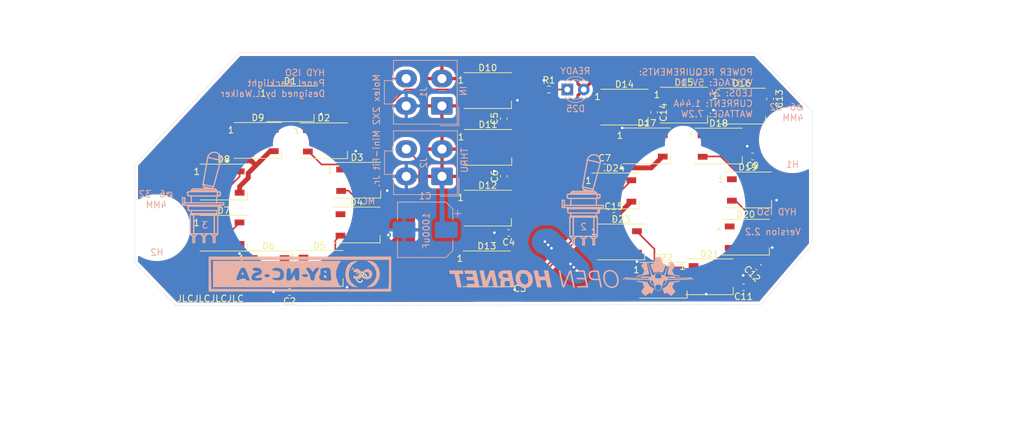
<source format=kicad_pcb>
(kicad_pcb (version 20211014) (generator pcbnew)
  (layers (0 "F.Cu" signal) (31 "B.Cu" signal) (34 "B.Paste" user) (35 "F.Paste" user) (36 "B.SilkS" user "B.Silkscreen") (37 "F.SilkS" user "F.Silkscreen") (38 "B.Mask" user) (39 "F.Mask" user) (44 "Edge.Cuts" user))
  (net 0 "")
  (net 1 "Net-(D1-Pad2)")
  (net 2 "Net-(D2-Pad2)")
  (net 3 "Net-(D3-Pad2)")
  (net 4 "Net-(D4-Pad2)")
  (net 5 "Net-(D5-Pad2)")
  (net 6 "Net-(D7-Pad2)")
  (net 7 "Net-(D8-Pad2)")
  (net 8 "Net-(D10-Pad4)")
  (net 9 "Net-(D10-Pad2)")
  (net 10 "Net-(D11-Pad2)")
  (net 11 "Net-(D12-Pad2)")
  (net 12 "Net-(D13-Pad2)")
  (net 13 "Net-(D14-Pad2)")
  (net 14 "Net-(D15-Pad2)")
  (net 15 "Net-(D16-Pad2)")
  (net 16 "Net-(D17-Pad2)")
  (net 17 "Net-(D18-Pad2)")
  (net 18 "Net-(D19-Pad2)")
  (net 19 "Net-(D20-Pad2)")
  (net 20 "Net-(D21-Pad2)")
  (net 21 "Net-(D22-Pad2)")
  (net 22 "Net-(D23-Pad2)")
  (net 23 "Net-(D6-Pad2)")
  (net 24 "Net-(D25-Pad1)")
  (net 25 "/LEDGND")
  (net 26 "/LED+5V")
  (net 27 "/DATAIN")
  (net 28 "/DATAOUT")
  (footprint "OH_Footprints:LED_WS2812B_PLCC4_5.0x5.0mm_P3.2mm" (layer "F.Cu") (at 91.6316 68.1988)
    (fp_text reference "D1")
    (fp_text value "WS2812B")
  )
  (footprint "OH_Footprints:LED_WS2812B_PLCC4_5.0x5.0mm_P3.2mm" (layer "F.Cu") (at 96.7856 73.8884)
    (fp_text reference "D2")
    (fp_text value "WS2812B")
  )
  (footprint "OH_Footprints:LED_WS2812B_PLCC4_5.0x5.0mm_P3.2mm" (layer "F.Cu") (at 101.9048 79.9592)
    (fp_text reference "D3")
    (fp_text value "WS2812B")
  )
  (footprint "OH_Footprints:LED_WS2812B_PLCC4_5.0x5.0mm_P3.2mm" (layer "F.Cu") (at 101.8148 86.8424)
    (fp_text reference "D4")
    (fp_text value "WS2812B")
  )
  (footprint "OH_Footprints:LED_WS2812B_PLCC4_5.0x5.0mm_P3.2mm" (layer "F.Cu") (at 96.1136 93.5228)
    (fp_text reference "D5")
    (fp_text value "WS2812B")
  )
  (footprint "OH_Footprints:LED_WS2812B_PLCC4_5.0x5.0mm_P3.2mm" (layer "F.Cu") (at 88.302 93.5988)
    (fp_text reference "D6")
    (fp_text value "WS2812B")
  )
  (footprint "OH_Footprints:LED_WS2812B_PLCC4_5.0x5.0mm_P3.2mm" (layer "F.Cu") (at 81.37 88.1128)
    (fp_text reference "D7")
    (fp_text value "WS2812B")
  )
  (footprint "OH_Footprints:LED_WS2812B_PLCC4_5.0x5.0mm_P3.2mm" (layer "F.Cu") (at 81.3932 80.2388)
    (fp_text reference "D8")
    (fp_text value "WS2812B")
  )
  (footprint "OH_Footprints:LED_WS2812B_PLCC4_5.0x5.0mm_P3.2mm" (layer "F.Cu") (at 86.6532 73.8376)
    (fp_text reference "D9")
    (fp_text value "WS2812B")
  )
  (footprint "OH_Footprints:LED_WS2812B_PLCC4_5.0x5.0mm_P3.2mm" (layer "F.Cu") (at 122.0216 66.1668)
    (fp_text reference "D10")
    (fp_text value "WS2812B")
  )
  (footprint "OH_Footprints:LED_WS2812B_PLCC4_5.0x5.0mm_P3.2mm" (layer "F.Cu") (at 122.0608 74.9044)
    (fp_text reference "D11")
    (fp_text value "WS2812B")
  )
  (footprint "OH_Footprints:LED_WS2812B_PLCC4_5.0x5.0mm_P3.2mm" (layer "F.Cu") (at 122.01 84.2516)
    (fp_text reference "D12")
    (fp_text value "WS2812B")
  )
  (footprint "OH_Footprints:LED_WS2812B_PLCC4_5.0x5.0mm_P3.2mm" (layer "F.Cu") (at 121.8808 93.5988)
    (fp_text reference "D13")
    (fp_text value "WS2812B")
  )
  (footprint "OH_Footprints:LED_WS2812B_PLCC4_5.0x5.0mm_P3.2mm" (layer "F.Cu") (at 143.0644 68.7068)
    (fp_text reference "D14")
    (fp_text value "WS2812B")
  )
  (footprint "OH_Footprints:LED_WS2812B_PLCC4_5.0x5.0mm_P3.2mm" (layer "F.Cu") (at 152.2084 68.402)
    (fp_text reference "D15")
    (fp_text value "WS2812B")
  )
  (footprint "OH_Footprints:LED_WS2812B_PLCC4_5.0x5.0mm_P3.2mm" (layer "F.Cu") (at 161.126 68.5544)
    (fp_text reference "D16")
    (fp_text value "WS2812B")
  )
  (footprint "OH_Footprints:LED_WS2812B_PLCC4_5.0x5.0mm_P3.2mm" (layer "F.Cu") (at 146.5072 74.676)
    (fp_text reference "D17")
    (fp_text value "WS2812B")
  )
  (footprint "OH_Footprints:LED_WS2812B_PLCC4_5.0x5.0mm_P3.2mm" (layer "F.Cu") (at 157.5424 74.7012)
    (fp_text reference "D18")
    (fp_text value "WS2812B")
  )
  (footprint "OH_Footprints:LED_WS2812B_PLCC4_5.0x5.0mm_P3.2mm" (layer "F.Cu") (at 141.6696 81.61)
    (fp_text reference "D24")
    (fp_text value "WS2812B")
  )
  (footprint "OH_Footprints:LED_WS2812B_PLCC4_5.0x5.0mm_P3.2mm" (layer "F.Cu") (at 162.0404 81.458)
    (fp_text reference "D19")
    (fp_text value "WS2812B")
  )
  (footprint "OH_Footprints:LED_WS2812B_PLCC4_5.0x5.0mm_P3.2mm" (layer "F.Cu") (at 142.5332 89.4588)
    (fp_text reference "D23")
    (fp_text value "WS2812B")
  )
  (footprint "OH_Footprints:LED_WS2812B_PLCC4_5.0x5.0mm_P3.2mm" (layer "F.Cu") (at 161.708 88.722)
    (fp_text reference "D20")
    (fp_text value "WS2812B")
  )
  (footprint "OH_Footprints:LED_WS2812B_PLCC4_5.0x5.0mm_P3.2mm" (layer "F.Cu") (at 149.0472 95.3516)
    (fp_text reference "D22")
    (fp_text value "WS2812B")
  )
  (footprint "OH_Footprints:LED_WS2812B_PLCC4_5.0x5.0mm_P3.2mm" (layer "F.Cu") (at 156.1476 94.818)
    (fp_text reference "D21")
    (fp_text value "WS2812B")
  )
  (footprint "OH_Footprints:C_0603_1608Metric" (layer "F.Cu") (at 91.529 97.15754 180)
    (fp_text reference "C2")
    (fp_text value "C")
  )
  (footprint "OH_Footprints:C_0603_1608Metric" (layer "F.Cu") (at 126.96962 95.20682 180)
    (fp_text reference "C3")
    (fp_text value "C")
  )
  (footprint "OH_Footprints:C_0603_1608Metric" (layer "F.Cu") (at 125.2473 88.06942 180)
    (fp_text reference "C4")
    (fp_text value "C")
  )
  (footprint "OH_Footprints:C_0603_1608Metric" (layer "F.Cu") (at 124.48032 70.46966 90)
    (fp_text reference "C5")
    (fp_text value "C")
  )
  (footprint "OH_Footprints:C_0603_1608Metric" (layer "F.Cu") (at 124.5108 79.34442 90)
    (fp_text reference "C6")
    (fp_text value "C")
  )
  (footprint "OH_Footprints:C_0603_1608Metric" (layer "F.Cu") (at 140.00998 77.97292)
    (fp_text reference "C7")
    (fp_text value "C")
  )
  (footprint "OH_Footprints:C_0603_1608Metric" (layer "F.Cu") (at 101.563853 93.937407 -135)
    (fp_text reference "C8")
    (fp_text value "C")
  )
  (footprint "OH_Footprints:C_0603_1608Metric" (layer "F.Cu") (at 162.76056 76.30414 180)
    (fp_text reference "C9")
    (fp_text value "C")
  )
  (footprint "OH_Footprints:C_0603_1608Metric" (layer "F.Cu") (at 161.379 96.42856 180)
    (fp_text reference "C11")
    (fp_text value "C")
  )
  (footprint "OH_Footprints:C_0603_1608Metric" (layer "F.Cu") (at 163.710033 93.344413 135)
    (fp_text reference "C12")
    (fp_text value "C")
  )
  (footprint "OH_Footprints:C_0603_1608Metric" (layer "F.Cu") (at 165.47084 67.42948 -90)
    (fp_text reference "C13")
    (fp_text value "C")
  )
  (footprint "OH_Footprints:C_0603_1608Metric" (layer "F.Cu") (at 147.6248 69.51462 -90)
    (fp_text reference "C14")
    (fp_text value "C")
  )
  (footprint "OH_Footprints:C_0603_1608Metric" (layer "F.Cu") (at 141.43726 85.4202)
    (fp_text reference "C15")
    (fp_text value "C")
  )
  (footprint "Kicad Footprint Files:100SpxToggle" (layer "F.Cu") (at 78.867 83.947)
    (fp_text reference "G***" hide)
    (fp_text value "LOGO" hide)
  )
  (footprint "Kicad Footprint Files:100SpxToggle" (layer "F.Cu") (at 137.287 84.328)
    (fp_text reference "G***" hide)
    (fp_text value "LOGO" hide)
  )
  (footprint "OH_Footprints:R_0603_1608Metric" (layer "F.Cu") (at 131.43494 65.99682)
    (fp_text reference "R1")
    (fp_text value "R")
  )
  (footprint "OH_Backlighting:100SPX_Toggle_13mm_x_18mm" (layer "F.Cu") (at 91.748609 83.884776 180)
    (fp_text reference "REF**" hide)
    (fp_text value "100SPX_Toggle_13mm_x_18mm" hide)
  )
  (footprint "OH_Backlighting:100SPX_Toggle_13mm_x_18mm" (layer "F.Cu") (at 152.073609 83.884776 180)
    (fp_text reference "REF**" hide)
    (fp_text value "100SPX_Toggle_13mm_x_18mm" hide)
  )
  (footprint "OH_Backlighting:OH_Panel_6-32_PHS" (layer "F.Cu") (at 71.111109 87.250276)
    (fp_text reference "REF**" hide)
    (fp_text value "OH_Panel_Fastner_Keepout" hide)
  )
  (footprint "OH_Backlighting:OH_Panel_6-32_PHS" (layer "F.Cu") (at 168.901109 73.724776)
    (fp_text reference "REF**" hide)
    (fp_text value "OH_Panel_Fastner_Keepout" hide)
  )
  (footprint "OH_Footprints:CP_Elec_8x10" (layer "B.Cu") (at 112.39246 87.5919 180)
    (fp_text reference "C1")
    (fp_text value "C_Polarized")
  )
  (footprint "OH_Footprints:Molex_Mini-Fit_Jr_5566-04A_2x02_P4.20mm_Vertical" (layer "B.Cu") (at 114.96892 68.52042 90)
    (fp_text reference "J1")
    (fp_text value "Conn_01x04_Female")
  )
  (footprint "OH_Footprints:Molex_Mini-Fit_Jr_5566-04A_2x02_P4.20mm_Vertical" (layer "B.Cu") (at 114.9858 79.36484 90)
    (fp_text reference "J2")
    (fp_text value "Conn_01x04_Female")
  )
  (footprint "OH_Footprints:LED_D3.0mm" (layer "B.Cu") (at 134.26 66)
    (fp_text reference "D25")
    (fp_text value "LED")
  )
  (footprint "OH KiCAD_Libraries:OH_LOGO_37.7mm_5.9mm" (layer "B.Cu") (at 134.925 94.775 180)
    (fp_text reference "G3" hide)
    (fp_text value "LOGO" hide)
  )
  (footprint "OH_General:CC-BY-NC-SA-Small" (layer "B.Cu") (at 93.2 94.4 180)
    (fp_text reference "G***" hide)
    (fp_text value "LOGO" hide)
  )
  (gr_line (start 83.7184 60.3504) (end 163.2712 60.3504) (layer "Edge.Cuts") (width 0.05))
  (gr_line (start 171.958 89.8652) (end 164.05 99.1) (layer "Edge.Cuts") (width 0.05))
  (gr_line (start 74 99.25) (end 164.05 99.1) (layer "Edge.Cuts") (width 0.05))
  (gr_line (start 67.7164 77.5208) (end 67.7 92.7) (layer "Edge.Cuts") (width 0.05))
  (gr_line (start 67.7164 77.5208) (end 83.7184 60.3504) (layer "Edge.Cuts") (width 0.05))
  (gr_line (start 171.958 69.4436) (end 171.958 89.8652) (layer "Edge.Cuts") (width 0.05))
  (gr_line (start 163.2712 60.3504) (end 171.958 69.4436) (layer "Edge.Cuts") (width 0.05))
  (gr_line (start 67.7 92.7) (end 74 99.25) (layer "Edge.Cuts") (width 0.05))
  (gr_text "Version 2.2" (at 165.9 87.9) (layer "B.SilkS") (effects (font (size 1 1)) (justify mirror)))
  (gr_text "2" (at 136.779 87.122) (layer "B.SilkS") (effects (font (size 1 1)) (justify mirror)))
  (gr_text "MC" (at 103.632 83.185) (layer "B.SilkS") (effects (font (size 1 1)) (justify mirror)))
  (gr_text "IN" (at 118.25 66.225 90) (layer "B.SilkS") (effects (font (size 1 1)) (justify mirror)))
  (gr_text "4MM" (at 169 70.35) (layer "B.SilkS") (effects (font (size 1 1)) (justify mirror)))
  (gr_text "Molex 2X2 Mini-Fit Jr." (at 104.9 72.325 90) (layer "B.SilkS") (effects (font (size 1 1)) (justify mirror)))
  (gr_text "1000uF" (at 112.55 87.75 90) (layer "B.SilkS") (effects (font (size 1 1)) (justify mirror)))
  (gr_text "HYD ISO" (at 166.497 84.836) (layer "B.SilkS") (effects (font (size 1 1)) (justify mirror)))
  (gr_text "4MM" (at 71.011109 83.75) (layer "B.SilkS") (effects (font (size 1 1)) (justify mirror)))
  (gr_text "3" (at 78.486 86.868) (layer "B.SilkS") (effects (font (size 1 1)) (justify mirror)))
  (gr_text "THRU" (at 118.45 76.9 90) (layer "B.SilkS") (effects (font (size 1 1)) (justify mirror)))
  (gr_text "POWER REQUIREMENTS:\nVOLTAGE: 5V DC\nLEDS: 24\nCURRENT: 1.44A\nWATTAGE: 7.2W" (at 162.9016 66.5508) (layer "B.SilkS") (effects (font (size 1 1)) (justify left mirror)))
  (gr_text "HYD ISO\nPanel Backlight\nDesigned by L.Walker" (at 97.075 65.025) (layer "B.SilkS") (effects (font (size 1 1)) (justify left mirror)))
  (gr_text "READY" (at 135.5 63.15) (layer "B.SilkS") (effects (font (size 1 1)) (justify mirror)))
  (gr_text "JLCJLCJLCJLC" (at 79.33 98.18) (layer "F.SilkS") (effects (font (size 1 1))))
  (segment (start 89.1816 69.7988) (end 90.006601 70.623801) (width 0.25) (layer "F.Cu") (net 1))
  (segment (start 97.571001 70.623801) (end 99.2356 72.2884) (width 0.25) (layer "F.Cu") (net 1))
  (segment (start 90.006601 70.623801) (end 97.571001 70.623801) (width 0.25) (layer "F.Cu") (net 1))
  (segment (start 103.529799 77.534199) (end 96.436752 77.534199) (width 0.25) (layer "F.Cu") (net 2))
  (segment (start 96.436752 77.534199) (end 94.65961 75.757057) (width 0.25) (layer "F.Cu") (net 2))
  (segment (start 104.3548 78.3592) (end 103.529799 77.534199) (width 0.25) (layer "F.Cu") (net 2))
  (segment (start 94.65961 75.757057) (end 94.65961 75.4884) (width 0.25) (layer "F.Cu") (net 2))
  (segment (start 100.5816 81.5592) (end 104.2648 85.2424) (width 0.25) (layer "F.Cu") (net 3))
  (segment (start 99.4548 81.5592) (end 100.5816 81.5592) (width 0.25) (layer "F.Cu") (net 3))
  (segment (start 98.5636 91.9228) (end 98.5636 89.2436) (width 0.25) (layer "F.Cu") (net 4))
  (segment (start 98.5636 89.2436) (end 99.3648 88.4424) (width 0.25) (layer "F.Cu") (net 4))
  (segment (start 90.752 91.9988) (end 90.752 92.2112) (width 0.25) (layer "F.Cu") (net 5))
  (segment (start 90.752 92.2112) (end 93.6636 95.1228) (width 0.25) (layer "F.Cu") (net 5))
  (segment (start 83.8432 79.3888) (end 79.995001 83.236999) (width 0.25) (layer "F.Cu") (net 6))
  (segment (start 79.995001 88.637799) (end 78.92 89.7128) (width 0.25) (layer "F.Cu") (net 6))
  (segment (start 79.995001 83.236999) (end 79.995001 88.637799) (width 0.25) (layer "F.Cu") (net 6))
  (segment (start 83.8432 78.6388) (end 83.8432 79.3888) (width 0.25) (layer "F.Cu") (net 6))
  (segment (start 82.265541 76.23761) (end 81.45067 76.23761) (width 0.25) (layer "F.Cu") (net 7))
  (segment (start 89.1032 72.2376) (end 89.1032 72.9876) (width 0.25) (layer "F.Cu") (net 7))
  (segment (start 85.828199 76.262601) (end 82.290532 76.262601) (width 0.25) (layer "F.Cu") (net 7))
  (segment (start 80.018201 77.670079) (end 80.018201 80.763799) (width 0.25) (layer "F.Cu") (net 7))
  (segment (start 81.45067 76.23761) (end 80.018201 77.670079) (width 0.25) (layer "F.Cu") (net 7))
  (segment (start 82.290532 76.262601) (end 82.265541 76.23761) (width 0.25) (layer "F.Cu") (net 7))
  (segment (start 89.1032 72.9876) (end 85.828199 76.262601) (width 0.25) (layer "F.Cu") (net 7))
  (segment (start 80.018201 80.763799) (end 78.9432 81.8388) (width 0.25) (layer "F.Cu") (net 7))
  (segment (start 109.325089 65.99543) (end 123.04297 65.99543) (width 0.25) (layer "F.Cu") (net 8))
  (segment (start 123.04297 65.99543) (end 124.4716 64.5668) (width 0.25) (layer "F.Cu") (net 8))
  (segment (start 86.01679 71.128608) (end 88.171599 68.973799) (width 0.25) (layer "F.Cu") (net 8))
  (segment (start 86.01679 73.62401) (end 86.01679 71.128608) (width 0.25) (layer "F.Cu") (net 8))
  (segment (start 106.34672 68.973799) (end 109.325089 65.99543) (width 0.25) (layer "F.Cu") (net 8))
  (segment (start 88.171599 68.973799) (end 106.34672 68.973799) (width 0.25) (layer "F.Cu") (net 8))
  (segment (start 84.2032 75.4376) (end 86.01679 73.62401) (width 0.25) (layer "F.Cu") (net 8))
  (segment (start 124.5108 73.3044) (end 124.5108 72.706) (width 0.25) (layer "F.Cu") (net 9))
  (segment (start 124.5108 72.706) (end 119.5716 67.7668) (width 0.25) (layer "F.Cu") (net 9))
  (segment (start 124.46 81.3536) (end 119.6108 76.5044) (width 0.25) (layer "F.Cu") (net 10))
  (segment (start 124.46 82.6516) (end 124.46 81.3536) (width 0.25) (layer "F.Cu") (net 10))
  (segment (start 124.3308 91.9988) (end 124.3308 90.6224) (width 0.25) (layer "F.Cu") (net 11))
  (segment (start 124.3308 90.6224) (end 119.56 85.8516) (width 0.25) (layer "F.Cu") (net 11))
  (segment (start 138.144599 67.741599) (end 139.604399 66.281799) (width 0.25) (layer "F.Cu") (net 12))
  (segment (start 126.691153 97.516781) (end 138.144599 86.063335) (width 0.25) (layer "F.Cu") (net 12))
  (segment (start 138.144599 86.063335) (end 138.144599 67.741599) (width 0.25) (layer "F.Cu") (net 12))
  (segment (start 119.4308 95.1988) (end 119.4308 95.9488) (width 0.25) (layer "F.Cu") (net 12))
  (segment (start 120.998781 97.516781) (end 126.691153 97.516781) (width 0.25) (layer "F.Cu") (net 12))
  (segment (start 144.689399 66.281799) (end 145.5144 67.1068) (width 0.25) (layer "F.Cu") (net 12))
  (segment (start 119.4308 95.9488) (end 120.998781 97.516781) (width 0.25) (layer "F.Cu") (net 12))
  (segment (start 139.604399 66.281799) (end 144.689399 66.281799) (width 0.25) (layer "F.Cu") (net 12))
  (segment (start 144.270098 69.36486) (end 147.018546 69.36486) (width 0.25) (layer "F.Cu") (net 13))
  (segment (start 148.435768 69.48963) (end 150.298397 67.627001) (width 0.25) (layer "F.Cu") (net 13))
  (segment (start 140.6144 70.3068) (end 143.328158 70.3068) (width 0.25) (layer "F.Cu") (net 13))
  (segment (start 147.143316 69.48963) (end 148.435768 69.48963) (width 0.25) (layer "F.Cu") (net 13))
  (segment (start 143.328158 70.3068) (end 144.270098 69.36486) (width 0.25) (layer "F.Cu") (net 13))
  (segment (start 153.833399 67.627001) (end 154.6584 66.802) (width 0.25) (layer "F.Cu") (net 13))
  (segment (start 150.298397 67.627001) (end 153.833399 67.627001) (width 0.25) (layer "F.Cu") (net 13))
  (segment (start 147.018546 69.36486) (end 147.143316 69.48963) (width 0.25) (layer "F.Cu") (net 13))
  (segment (start 162.750999 67.779401) (end 163.576 66.9544) (width 0.25) (layer "F.Cu") (net 14))
  (segment (start 149.7584 70.002) (end 152.823398 70.002) (width 0.25) (layer "F.Cu") (net 14))
  (segment (start 155.045997 67.779401) (end 162.750999 67.779401) (width 0.25) (layer "F.Cu") (net 14))
  (segment (start 152.823398 70.002) (end 155.045997 67.779401) (width 0.25) (layer "F.Cu") (net 14))
  (segment (start 153.47089 71.448775) (end 150.584425 71.448775) (width 0.25) (layer "F.Cu") (net 15))
  (segment (start 158.676 70.9044) (end 157.511879 72.068521) (width 0.25) (layer "F.Cu") (net 15))
  (segment (start 157.511879 72.068521) (end 154.090636 72.068521) (width 0.25) (layer "F.Cu") (net 15))
  (segment (start 150.584425 71.448775) (end 148.9572 73.076) (width 0.25) (layer "F.Cu") (net 15))
  (segment (start 154.090636 72.068521) (end 153.47089 71.448775) (width 0.25) (layer "F.Cu") (net 15))
  (segment (start 158.676 70.1544) (end 158.676 70.9044) (width 0.25) (layer "F.Cu") (net 15))
  (segment (start 144.0572 75.526) (end 148.584435 70.998765) (width 0.25) (layer "F.Cu") (net 16))
  (segment (start 156.53258 71.3867) (end 156.53258 70.462818) (width 0.25) (layer "F.Cu") (net 16))
  (segment (start 156.53258 70.462818) (end 157.665999 69.329399) (width 0.25) (layer "F.Cu") (net 16))
  (segment (start 159.686001 69.329399) (end 159.9924 69.635798) (width 0.25) (layer "F.Cu") (net 16))
  (segment (start 154.277036 71.618511) (end 156.300769 71.618511) (width 0.25) (layer "F.Cu") (net 16))
  (segment (start 157.665999 69.329399) (end 159.686001 69.329399) (width 0.25) (layer "F.Cu") (net 16))
  (segment (start 144.0572 76.276) (end 144.0572 75.526) (width 0.25) (layer "F.Cu") (net 16))
  (segment (start 153.657291 70.998766) (end 154.277036 71.618511) (width 0.25) (layer "F.Cu") (net 16))
  (segment (start 148.584435 70.998765) (end 153.657291 70.998766) (width 0.25) (layer "F.Cu") (net 16))
  (segment (start 159.9924 69.635798) (end 159.9924 73.1012) (width 0.25) (layer "F.Cu") (net 16))
  (segment (start 156.300769 71.618511) (end 156.53258 71.3867) (width 0.25) (layer "F.Cu") (net 16))
  (segment (start 161.425402 79.858) (end 157.868602 76.3012) (width 0.25) (layer "F.Cu") (net 17))
  (segment (start 157.868602 76.3012) (end 155.0924 76.3012) (width 0.25) (layer "F.Cu") (net 17))
  (segment (start 164.4904 79.858) (end 161.425402 79.858) (width 0.25) (layer "F.Cu") (net 17))
  (segment (start 160.094 83.058) (end 164.158 87.122) (width 0.25) (layer "F.Cu") (net 18))
  (segment (start 159.5904 83.058) (end 160.094 83.058) (width 0.25) (layer "F.Cu") (net 18))
  (segment (start 158.5976 93.218) (end 158.507 93.218) (width 0.25) (layer "F.Cu") (net 19))
  (segment (start 159.258 92.467) (end 159.258 90.322) (width 0.25) (layer "F.Cu") (net 19))
  (segment (start 158.507 93.218) (end 159.258 92.467) (width 0.25) (layer "F.Cu") (net 19))
  (segment (start 153.6976 94.952) (end 153.6976 96.418) (width 0.25) (layer "F.Cu") (net 20))
  (segment (start 151.4972 93.7516) (end 152.4972 93.7516) (width 0.25) (layer "F.Cu") (net 20))
  (segment (start 152.4972 93.7516) (end 153.6976 94.952) (width 0.25) (layer "F.Cu") (net 20))
  (segment (start 147.672201 95.876599) (end 146.5972 96.9516) (width 0.25) (layer "F.Cu") (net 21))
  (segment (start 144.9832 87.8588) (end 147.672201 90.547801) (width 0.25) (layer "F.Cu") (net 21))
  (segment (start 147.672201 90.547801) (end 147.672201 95.876599) (width 0.25) (layer "F.Cu") (net 21))
  (segment (start 144.1196 80.01) (end 141.46225 82.66735) (width 0.25) (layer "F.Cu") (net 22))
  (segment (start 141.46225 89.67975) (end 140.0832 91.0588) (width 0.25) (layer "F.Cu") (net 22))
  (segment (start 141.46225 82.66735) (end 141.46225 89.67975) (width 0.25) (layer "F.Cu") (net 22))
  (segment (start 82.744999 92.091799) (end 85.852 95.1988) (width 0.25) (layer "F.Cu") (net 23))
  (segment (start 82.744999 87.587801) (end 82.744999 92.091799) (width 0.25) (layer "F.Cu") (net 23))
  (segment (start 83.82 86.5128) (end 82.744999 87.587801) (width 0.25) (layer "F.Cu") (net 23))
  (segment (start 132.22562 66) (end 132.22244 65.99682) (width 0.25) (layer "F.Cu") (net 24))
  (segment (start 134.26 66) (end 132.22562 66) (width 0.25) (layer "F.Cu") (net 24))
  (segment (start 89.0524 97.16008) (end 89.05494 97.15754) (width 0.75) (layer "F.Cu") (net 25))
  (segment (start 100.37846 96.41566) (end 100.37846 96.41566) (width 0.75) (layer "F.Cu") (net 25))
  (segment (start 83.83016 91.24188) (end 83.82 91.23172) (width 0.75) (layer "F.Cu") (net 25))
  (segment (start 96.40062 69.79158) (end 96.3934 69.7988) (width 0.75) (layer "F.Cu") (net 25))
  (segment (start 101.71176 75.47864) (end 101.702 75.4884) (width 0.75) (layer "F.Cu") (net 25))
  (segment (start 106.55066 81.5592) (end 106.55066 81.5592) (width 0.75) (layer "F.Cu") (net 25))
  (segment (start 106.71556 88.38946) (end 106.66262 88.4424) (width 0.75) (layer "F.Cu") (net 25))
  (segment (start 130.64744 64.58204) (end 130.64744 64.58204) (width 0.75) (layer "F.Cu") (net 25))
  (segment (start 126.58852 67.66306) (end 126.37824 67.7668) (width 0.75) (layer "F.Cu") (net 25))
  (segment (start 123.04522 88.03894) (end 123.0757 88.06942) (width 0.75) (layer "F.Cu") (net 25))
  (segment (start 123.02236 78.56474) (end 123.03018 78.55692) (width 0.75) (layer "F.Cu") (net 25))
  (segment (start 126.15672 96.79178) (end 126.18212 96.76638) (width 0.75) (layer "F.Cu") (net 25))
  (segment (start 144.97558 92.48394) (end 144.9832 92.47632) (width 0.75) (layer "F.Cu") (net 25))
  (segment (start 142.7099 71.91502) (end 142.7099 71.91502) (width 0.75) (layer "F.Cu") (net 25))
  (segment (start 166.46398 83.02752) (end 166.4335 83.058) (width 0.75) (layer "F.Cu") (net 25))
  (segment (start 165.80144 90.322) (end 165.80144 90.322) (width 0.75) (layer "F.Cu") (net 25))
  (segment (start 161.334546 94.606206) (end 160.5915 95.349252) (width 0.75) (layer "F.Cu") (net 25))
  (segment (start 155.640859 97.493001) (end 157.522599 97.493001) (width 0.75) (layer "F.Cu") (net 25))
  (segment (start 81.91754 76.962611) (end 81.91754 76.962611) (width 0.75) (layer "F.Cu") (net 25))
  (segment (start 156.74848 69.16674) (end 156.74848 69.256955) (width 0.75) (layer "F.Cu") (net 25))
  (segment (start 161.949612 74.725388) (end 161.94786 74.60742) (width 0.75) (layer "F.Cu") (net 25))
  (segment (start 142.72334 78.05166) (end 140.87622 78.05166) (width 0.75) (layer "F.Cu") (net 25))
  (segment (start 148.9572 76.276) (end 147.18154 78.05166) (width 0.75) (layer "F.Cu") (net 25))
  (segment (start 163.153186 92.787566) (end 163.153186 91.326814) (width 0.75) (layer "F.Cu") (net 25))
  (segment (start 164.158 90.322) (end 165.80144 90.322) (width 0.75) (layer "F.Cu") (net 25))
  (segment (start 163.153186 92.787566) (end 161.334546 94.606206) (width 0.75) (layer "F.Cu") (net 25))
  (segment (start 157.522599 97.493001) (end 158.5976 96.418) (width 0.75) (layer "F.Cu") (net 25))
  (segment (start 104.3548 81.5592) (end 106.55066 81.5592) (width 0.75) (layer "F.Cu") (net 25))
  (segment (start 124.46 88.06922) (end 124.4598 88.06942) (width 0.75) (layer "F.Cu") (net 25))
  (segment (start 94.0816 69.7988) (end 96.40062 69.79158) (width 0.75) (layer "F.Cu") (net 25))
  (segment (start 85.76564 77.09916) (end 85.7377 77.09916) (width 0.75) (layer "F.Cu") (net 25))
  (segment (start 165.47084 68.25956) (end 163.576 70.1544) (width 0.75) (layer "F.Cu") (net 25))
  (segment (start 124.48032 69.68216) (end 124.48032 67.77552) (width 0.75) (layer "F.Cu") (net 25))
  (segment (start 124.4716 67.7668) (end 126.58852 67.66306) (width 0.75) (layer "F.Cu") (net 25))
  (segment (start 100.37846 95.1228) (end 100.37846 96.41566) (width 0.75) (layer "F.Cu") (net 25))
  (segment (start 83.82 89.7128) (end 83.83016 91.24188) (width 0.75) (layer "F.Cu") (net 25))
  (segment (start 130.64744 65.99682) (end 130.64744 64.58204) (width 0.75) (layer "F.Cu") (net 25))
  (segment (start 144.9832 91.0588) (end 144.97558 92.48394) (width 0.75) (layer "F.Cu") (net 25))
  (segment (start 160.5915 95.349252) (end 160.5915 96.42856) (width 0.75) (layer "F.Cu") (net 25))
  (segment (start 144.9832 91.0588) (end 142.22476 88.30036) (width 0.75) (layer "F.Cu") (net 25))
  (segment (start 86.345844 77.679364) (end 88.587608 75.4376) (width 0.75) (layer "F.Cu") (net 25))
  (segment (start 85.168201 78.857007) (end 86.345844 77.679364) (width 0.75) (layer "F.Cu") (net 25))
  (segment (start 124.48032 67.77552) (end 124.4716 67.7668) (width 0.75) (layer "F.Cu") (net 25))
  (segment (start 147.18154 78.05166) (end 142.72334 78.05166) (width 0.75) (layer "F.Cu") (net 25))
  (segment (start 104.2648 88.4424) (end 106.71556 88.38946) (width 0.75) (layer "F.Cu") (net 25))
  (segment (start 98.5636 95.1228) (end 100.37846 95.1228) (width 0.75) (layer "F.Cu") (net 25))
  (segment (start 163.576 70.1544) (end 161.94786 71.78254) (width 0.75) (layer "F.Cu") (net 25))
  (segment (start 83.8432 81.8388) (end 83.8432 80.923802) (width 0.75) (layer "F.Cu") (net 25))
  (segment (start 90.752 95.1988) (end 90.752 97.14704) (width 0.75) (layer "F.Cu") (net 25))
  (segment (start 165.47084 68.21698) (end 165.47084 68.25956) (width 0.75) (layer "F.Cu") (net 25))
  (segment (start 85.7377 77.09916) (end 85.601151 76.962611) (width 0.75) (layer "F.Cu") (net 25))
  (segment (start 161.97012 76.3012) (end 161.97306 76.30414) (width 0.75) (layer "F.Cu") (net 25))
  (segment (start 126.1741 95.1988) (end 126.18212 95.20682) (width 0.75) (layer "F.Cu") (net 25))
  (segment (start 164.4904 83.058) (end 166.46398 83.02752) (width 0.75) (layer "F.Cu") (net 25))
  (segment (start 124.46 85.8516) (end 124.46 88.06922) (width 0.75) (layer "F.Cu") (net 25))
  (segment (start 142.22476 88.30036) (end 142.22476 85.4202) (width 0.75) (layer "F.Cu") (net 25))
  (segment (start 90.752 97.14704) (end 90.7415 97.15754) (width 0.75) (layer "F.Cu") (net 25))
  (segment (start 152.038601 97.493001) (end 155.640859 97.493001) (width 0.75) (layer "F.Cu") (net 25))
  (segment (start 83.8432 80.923802) (end 85.168201 79.598801) (width 0.75) (layer "F.Cu") (net 25))
  (segment (start 160.5915 96.42856) (end 158.60816 96.42856) (width 0.75) (layer "F.Cu") (net 25))
  (segment (start 85.168201 79.598801) (end 85.168201 78.857007) (width 0.75) (layer "F.Cu") (net 25))
  (segment (start 142.22476 85.10484) (end 144.1196 83.21) (width 0.75) (layer "F.Cu") (net 25))
  (segment (start 124.5108 76.5044) (end 124.5108 78.55692) (width 0.75) (layer "F.Cu") (net 25))
  (segment (start 154.6584 70.002) (end 156.003435 70.002) (width 0.75) (layer "F.Cu") (net 25))
  (segment (start 142.22476 85.4202) (end 142.22476 85.10484) (width 0.75) (layer "F.Cu") (net 25))
  (segment (start 163.153186 91.326814) (end 164.158 90.322) (width 0.75) (layer "F.Cu") (net 25))
  (segment (start 144.31812 70.3068) (end 142.7099 71.91502) (width 0.75) (layer "F.Cu") (net 25))
  (segment (start 147.6248 70.30212) (end 145.51908 70.30212) (width 0.75) (layer "F.Cu") (net 25))
  (segment (start 124.3308 95.1988) (end 126.1741 95.1988) (width 0.75) (layer "F.Cu") (net 25))
  (segment (start 161.97306 76.30414) (end 161.949612 74.725388) (width 0.75) (layer "F.Cu") (net 25))
  (segment (start 145.51908 70.30212) (end 145.5144 70.3068) (width 0.75) (layer "F.Cu") (net 25))
  (segment (start 140.87622 78.05166) (end 140.79748 77.97292) (width 0.75) (layer "F.Cu") (net 25))
  (segment (start 151.4972 96.9516) (end 152.038601 97.493001) (width 0.75) (layer "F.Cu") (net 25))
  (segment (start 159.9924 76.3012) (end 161.97012 76.3012) (width 0.75) (layer "F.Cu") (net 25))
  (segment (start 90.7415 97.15754) (end 89.0524 97.16008) (width 0.75) (layer "F.Cu") (net 25))
  (segment (start 124.4598 88.06942) (end 123.04522 88.03894) (width 0.75) (layer "F.Cu") (net 25))
  (segment (start 126.18212 95.20682) (end 126.15672 96.79178) (width 0.75) (layer "F.Cu") (net 25))
  (segment (start 100.37846 95.1228) (end 101.007006 94.494254) (width 0.75) (layer "F.Cu") (net 25))
  (segment (start 99.2356 75.4884) (end 101.71176 75.47864) (width 0.75) (layer "F.Cu") (net 25))
  (segment (start 124.4716 69.67344) (end 124.48032 69.68216) (width 0.75) (layer "F.Cu") (net 25))
  (segment (start 124.5108 78.55692) (end 123.02236 78.56474) (width 0.75) (layer "F.Cu") (net 25))
  (segment (start 145.5144 70.3068) (end 144.31812 70.3068) (width 0.75) (layer "F.Cu") (net 25))
  (segment (start 158.60816 96.42856) (end 158.5976 96.418) (width 0.75) (layer "F.Cu") (net 25))
  (segment (start 85.601151 76.962611) (end 81.91754 76.962611) (width 0.75) (layer "F.Cu") (net 25))
  (segment (start 156.003435 70.002) (end 156.74848 69.16674) (width 0.75) (layer "F.Cu") (net 25))
  (segment (start 161.94786 71.78254) (end 161.94786 74.60742) (width 0.75) (layer "F.Cu") (net 25))
  (segment (start 86.345844 77.679364) (end 85.76564 77.09916) (width 0.75) (layer "F.Cu") (net 25))
  (via (at 130.64744 64.58204) (size 0.8) (drill 0.4) (layers "F.Cu" "B.Cu") (net 25))
  (via (at 166.46398 83.02752) (size 0.8) (drill 0.4) (layers "F.Cu" "B.Cu") (net 25))
  (via (at 161.949612 74.725388) (size 0.8) (drill 0.4) (layers "F.Cu" "B.Cu") (net 25))
  (via (at 96.40062 69.79158) (size 0.8) (drill 0.4) (layers "F.Cu" "B.Cu") (net 25))
  (via (at 106.71556 88.38946) (size 0.8) (drill 0.4) (layers "F.Cu" "B.Cu") (net 25))
  (via (at 165.80144 90.322) (size 0.8) (drill 0.4) (layers "F.Cu" "B.Cu") (net 25))
  (via (at 126.15672 96.79178) (size 0.8) (drill 0.4) (layers "F.Cu" "B.Cu") (net 25))
  (via (at 83.83016 91.24188) (size 0.8) (drill 0.4) (layers "F.Cu" "B.Cu") (net 25))
  (via (at 126.58852 67.66306) (size 0.8) (drill 0.4) (layers "F.Cu" "B.Cu") (net 25))
  (via (at 142.7099 71.91502) (size 0.8) (drill 0.4) (layers "F.Cu" "B.Cu") (net 25))
  (via (at 161.334546 94.606206) (size 0.8) (drill 0.4) (layers "F.Cu" "B.Cu") (net 25))
  (via (at 89.0524 97.16008) (size 0.8) (drill 0.4) (layers "F.Cu" "B.Cu") (net 25))
  (via (at 155.640859 97.493001) (size 0.8) (drill 0.4) (layers "F.Cu" "B.Cu") (net 25))
  (via (at 144.97558 92.48394) (size 0.8) (drill 0.4) (layers "F.Cu" "B.Cu") (net 25))
  (via (at 101.71176 75.47864) (size 0.8) (drill 0.4) (layers "F.Cu" "B.Cu") (net 25))
  (via (at 123.04522 88.03894) (size 0.8) (drill 0.4) (layers "F.Cu" "B.Cu") (net 25))
  (via (at 81.91754 76.962611) (size 0.8) (drill 0.4) (layers "F.Cu" "B.Cu") (net 25))
  (via (at 156.74848 69.16674) (size 0.8) (drill 0.4) (layers "F.Cu" "B.Cu") (net 25))
  (via (at 106.55066 81.5592) (size 0.8) (drill 0.4) (layers "F.Cu" "B.Cu") (net 25))
  (via (at 123.02236 78.56474) (size 0.8) (drill 0.4) (layers "F.Cu" "B.Cu") (net 25))
  (via (at 142.72334 78.05166) (size 0.8) (drill 0.4) (layers "F.Cu" "B.Cu") (net 25))
  (via (at 100.37846 96.41566) (size 0.8) (drill 0.4) (layers "F.Cu" "B.Cu") (net 25))
  (segment (start 165.47084 66.64198) (end 165.47084 65.8495) (width 0.75) (layer "F.Cu") (net 26))
  (segment (start 161.24785 73.82915) (end 161.24785 70.647548) (width 0.25) (layer "F.Cu") (net 26))
  (segment (start 155.0924 73.1012) (end 155.917401 73.926201) (width 0.25) (layer "F.Cu") (net 26))
  (segment (start 164.586001 67.779401) (end 165.47084 66.894562) (width 0.25) (layer "F.Cu") (net 26))
  (segment (start 164.115997 67.779401) (end 164.586001 67.779401) (width 0.25) (layer "F.Cu") (net 26))
  (segment (start 155.917401 73.926201) (end 161.150799 73.926201) (width 0.25) (layer "F.Cu") (net 26))
  (segment (start 161.24785 70.647548) (end 164.115997 67.779401) (width 0.25) (layer "F.Cu") (net 26))
  (segment (start 165.47084 66.894562) (end 165.47084 66.64198) (width 0.25) (layer "F.Cu") (net 26))
  (segment (start 161.150799 73.926201) (end 161.24785 73.82915) (width 0.25) (layer "F.Cu") (net 26))
  (via (at 130.81 89.408) (size 0.8) (drill 0.4) (layers "F.Cu" "B.Cu") (net 26))
  (via (at 135.255 93.345) (size 0.8) (drill 0.4) (layers "F.Cu" "B.Cu") (net 26))
  (via (at 135.763 93.853) (size 0.8) (drill 0.4) (layers "F.Cu" "B.Cu") (net 26))
  (via (at 131.826 90.424) (size 0.8) (drill 0.4) (layers "F.Cu" "B.Cu") (net 26))
  (via (at 134.747 92.837) (size 0.8) (drill 0.4) (layers "F.Cu" "B.Cu") (net 26))
  (via (at 131.318 89.916) (size 0.8) (drill 0.4) (layers "F.Cu" "B.Cu") (net 26))
  (segment (start 130.81 89.408) (end 131.318 89.408) (width 4) (layer "B.Cu") (net 26))
  (segment (start 131.318 89.408) (end 135.763 93.853) (width 4) (layer "B.Cu") (net 26))
  (segment (start 114.9858 86.93524) (end 115.64246 87.5919) (width 0.75) (layer "B.Cu") (net 26))
  (segment (start 114.9858 79.36484) (end 114.9858 86.93524) (width 0.75) (layer "B.Cu") (net 26))
  (segment (start 109.46892 64.32042) (end 96.35998 64.32042) (width 0.25) (layer "F.Cu") (net 27))
  (segment (start 96.35998 64.32042) (end 94.0816 66.5988) (width 0.25) (layer "F.Cu") (net 27))
  (segment (start 111.46081 77.13985) (end 109.4858 75.16484) (width 0.25) (layer "F.Cu") (net 28))
  (segment (start 111.46081 89.063812) (end 111.46081 77.13985) (width 0.25) (layer "F.Cu") (net 28))
  (segment (start 126.877553 97.966791) (end 120.363789 97.966791) (width 0.25) (layer "F.Cu") (net 28))
  (segment (start 139.008199 85.836145) (end 126.877553 97.966791) (width 0.25) (layer "F.Cu") (net 28))
  (segment (start 139.008199 83.421401) (end 139.008199 85.836145) (width 0.25) (layer "F.Cu") (net 28))
  (segment (start 120.363789 97.966791) (end 111.46081 89.063812) (width 0.25) (layer "F.Cu") (net 28))
  (segment (start 139.2196 83.21) (end 139.008199 83.421401) (width 0.25) (layer "F.Cu") (net 28))
  (zone (net 26) (net_name "/LED+5V") (layer "F.Cu") (connect_pads (clearance 0.508)) (min_thickness 0.254) (fill yes (thermal_gap 0.508) (thermal_bridge_width 0.508))
    (polygon (pts (xy 179.8066 102.12324) (xy 62.8777 101.9937) (xy 63.3349 58.32094) (xy 179.8066 58.09996)))
  )
  (zone (net 25) (net_name "/LEDGND") (layer "B.Cu") (connect_pads (clearance 0.508)) (min_thickness 0.254) (fill yes (thermal_gap 0.508) (thermal_bridge_width 0.508))
    (polygon (pts (xy 180.79212 59.1947) (xy 179.9463 102.73792) (xy 63.40602 103.58374) (xy 63.69304 59.07532)))
  )
)
</source>
